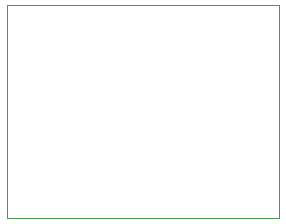
<source format=gbr>
%TF.GenerationSoftware,KiCad,Pcbnew,(5.99.0-10766-geeb405c196)*%
%TF.CreationDate,2021-06-27T17:30:59+04:00*%
%TF.ProjectId,FTDI_Basic_Breakout-3.3V,46544449-5f42-4617-9369-635f42726561,rev?*%
%TF.SameCoordinates,Original*%
%TF.FileFunction,Profile,NP*%
%FSLAX46Y46*%
G04 Gerber Fmt 4.6, Leading zero omitted, Abs format (unit mm)*
G04 Created by KiCad (PCBNEW (5.99.0-10766-geeb405c196)) date 2021-06-27 17:30:59*
%MOMM*%
%LPD*%
G01*
G04 APERTURE LIST*
%TA.AperFunction,Profile*%
%ADD10C,0.100000*%
%TD*%
G04 APERTURE END LIST*
D10*
X143000000Y-92000000D02*
X120000000Y-92000000D01*
X120000000Y-92000000D02*
X120000000Y-110000000D01*
X143000000Y-110000000D02*
X143000000Y-92000000D01*
X120000000Y-110000000D02*
X143000000Y-110000000D01*
M02*

</source>
